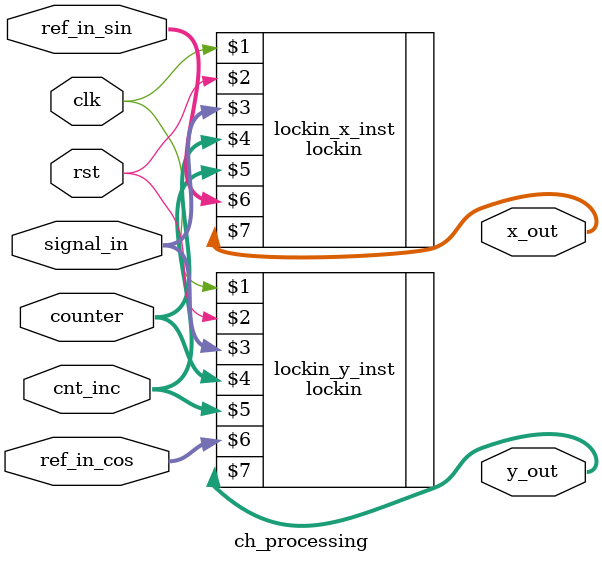
<source format=sv>
module ch_processing
(
	input wire clk, rst,
	
	input wire signed [13:0] signal_in,
	input wire [31:0] counter, cnt_inc,
	input wire [15:0] ref_in_sin, ref_in_cos,
	
	output wire [23:0] x_out, y_out
	
);



//Lockin for X channel
lockin lockin_x_inst
(
	clk, rst,
	
	signal_in, 
	counter, cnt_inc,
	ref_in_sin,
	
	x_out
);


//Lockin for Y channel
lockin lockin_y_inst
(
	clk, rst,
	
	signal_in, 
	counter, cnt_inc,
	ref_in_cos,
	
	y_out
);


endmodule
</source>
